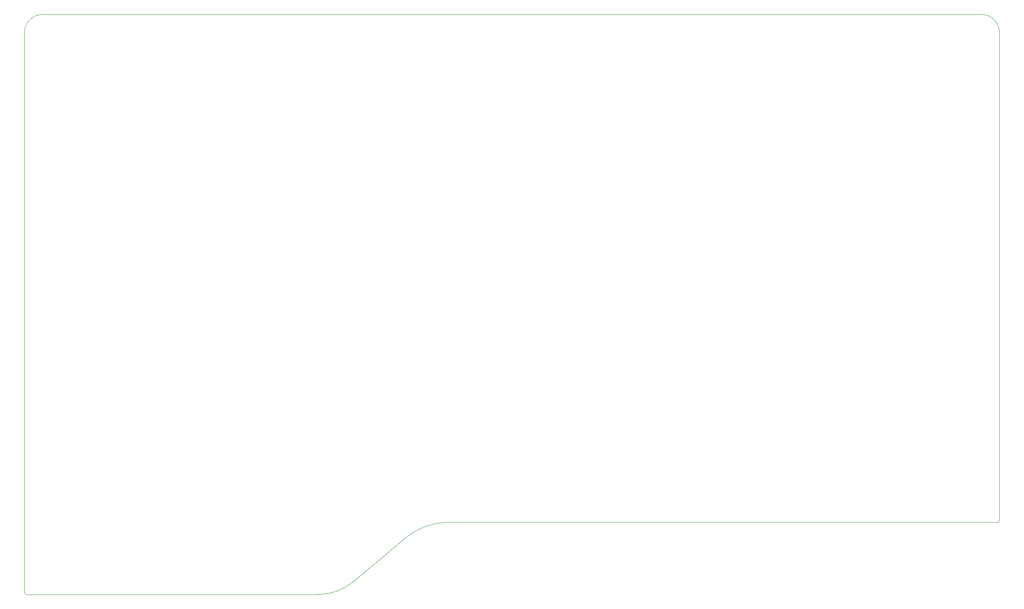
<source format=gbr>
G04 #@! TF.GenerationSoftware,KiCad,Pcbnew,(5.1.5)-3*
G04 #@! TF.CreationDate,2020-05-03T23:14:43-07:00*
G04 #@! TF.ProjectId,right,72696768-742e-46b6-9963-61645f706362,rev?*
G04 #@! TF.SameCoordinates,Original*
G04 #@! TF.FileFunction,Profile,NP*
%FSLAX46Y46*%
G04 Gerber Fmt 4.6, Leading zero omitted, Abs format (unit mm)*
G04 Created by KiCad (PCBNEW (5.1.5)-3) date 2020-05-03 23:14:43*
%MOMM*%
%LPD*%
G04 APERTURE LIST*
%ADD10C,0.010000*%
G04 APERTURE END LIST*
D10*
X102045501Y-133359333D02*
G75*
G02X111687315Y-129850000I9641814J-11490667D01*
G01*
X90770201Y-142820432D02*
G75*
G02X83379183Y-145510543I-7391018J8808272D01*
G01*
X226687315Y-19849999D02*
G75*
G02X230687315Y-23849999I0J-4000000D01*
G01*
X19770000Y-145010543D02*
X19770000Y-23850000D01*
X20270000Y-145510543D02*
G75*
G02X19770000Y-145010543I0J500000D01*
G01*
X230187315Y-129850000D02*
X111687315Y-129850000D01*
X102045501Y-133359333D02*
X90770201Y-142820433D01*
X23770000Y-19850000D02*
X226687315Y-19850000D01*
X83379183Y-145510543D02*
X20270000Y-145510543D01*
X230687315Y-23849999D02*
X230687315Y-129350000D01*
X19770001Y-23849999D02*
G75*
G02X23770000Y-19850000I3999999J0D01*
G01*
X230687315Y-129350000D02*
G75*
G02X230187315Y-129850000I-500000J0D01*
G01*
M02*

</source>
